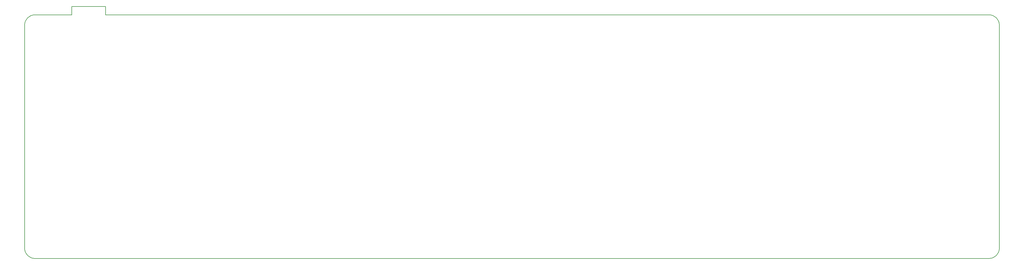
<source format=gbr>
%TF.GenerationSoftware,KiCad,Pcbnew,(6.0.0)*%
%TF.CreationDate,2022-05-03T01:33:48-04:00*%
%TF.ProjectId,HL-2040,484c2d32-3034-4302-9e6b-696361645f70,Mark 2 Rev F*%
%TF.SameCoordinates,Original*%
%TF.FileFunction,Profile,NP*%
%FSLAX46Y46*%
G04 Gerber Fmt 4.6, Leading zero omitted, Abs format (unit mm)*
G04 Created by KiCad (PCBNEW (6.0.0)) date 2022-05-03 01:33:48*
%MOMM*%
%LPD*%
G01*
G04 APERTURE LIST*
%TA.AperFunction,Profile*%
%ADD10C,0.150000*%
%TD*%
G04 APERTURE END LIST*
D10*
X54673500Y-71437500D02*
X54673500Y-68865750D01*
X54673500Y-71437500D02*
X330993750Y-71437500D01*
X334168750Y-74612500D02*
X334168750Y-144462500D01*
X330993750Y-147637500D02*
X32543750Y-147637500D01*
X29368750Y-144462500D02*
X29368750Y-74612500D01*
X32543750Y-71437500D02*
X44107100Y-71437500D01*
X29368750Y-144462500D02*
G75*
G03*
X32543750Y-147637500I3175000J0D01*
G01*
X44107100Y-71437500D02*
X44107100Y-68865750D01*
X44107100Y-68865750D02*
X54673500Y-68865750D01*
X32543750Y-71437500D02*
G75*
G03*
X29368750Y-74612500I0J-3175000D01*
G01*
X330993750Y-147637500D02*
G75*
G03*
X334168750Y-144462500I0J3175000D01*
G01*
X334168750Y-74612500D02*
G75*
G03*
X330993750Y-71437500I-3175000J0D01*
G01*
M02*

</source>
